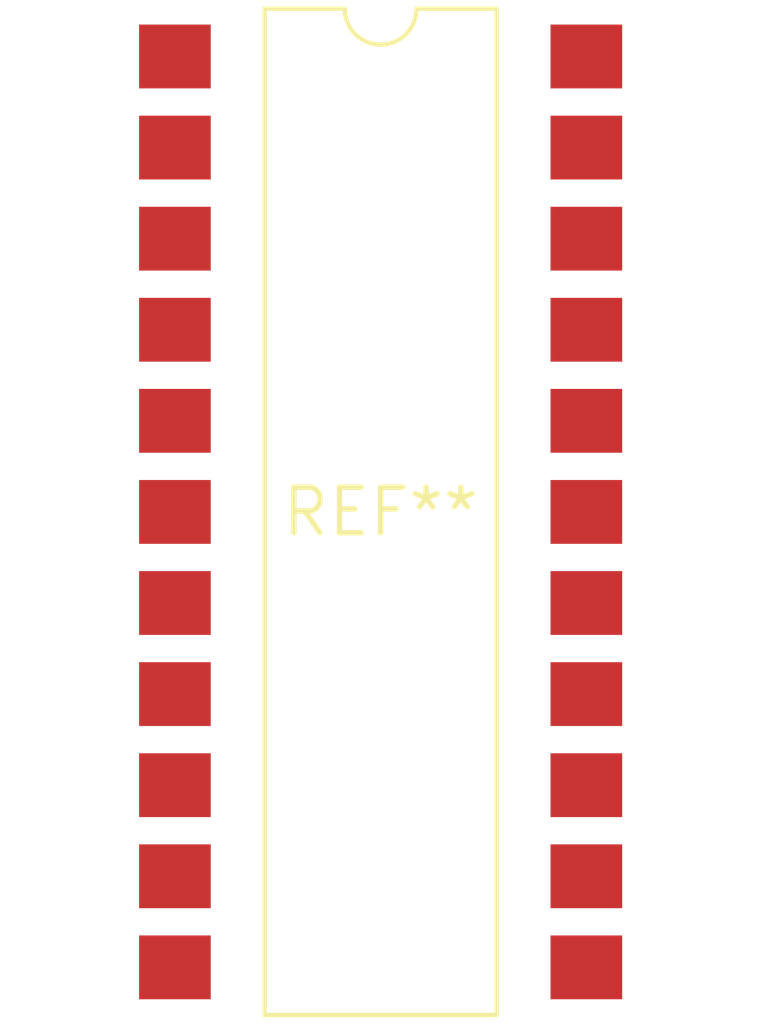
<source format=kicad_pcb>
(kicad_pcb (version 20240108) (generator pcbnew)
  (layers (0 "F.Cu" signal) (31 "B.Cu" signal) (34 "B.Paste" user) (35 "F.Paste" user) (36 "B.SilkS" user "B.Silkscreen") (37 "F.SilkS" user "F.Silkscreen") (38 "B.Mask" user) (39 "F.Mask" user) (44 "Edge.Cuts" user))
  (net 0 "")
  (footprint "SMDIP-22_W11.48mm" (layer "F.Cu") (at 0 0)
    (property "Reference" "REF**")
    (property "Value" "SMDIP-22_W11.48mm")
    (fp_line (start -3.235 -14.03) (end -3.235 14.03) (layer "F.SilkS") (stroke (width 0.12)))
    (fp_line (start -3.235 14.03) (end 3.235 14.03) (layer "F.SilkS") (stroke (width 0.12)))
    (fp_line (start -1 -14.03) (end -3.235 -14.03) (layer "F.SilkS") (stroke (width 0.12)))
    (fp_line (start 3.235 -14.03) (end 1 -14.03) (layer "F.SilkS") (stroke (width 0.12)))
    (fp_line (start 3.235 14.03) (end 3.235 -14.03) (layer "F.SilkS") (stroke (width 0.12)))
    (fp_arc (start 1 -14.03) (mid 0 -13.03) (end -1 -14.03) (layer "F.SilkS") (stroke (width 0.12)))
    (pad "1" smd rect (at -5.74 -12.7) (size 2 1.78) (layers "F.Cu" "F.Paste" "F.Mask"))
    (pad "2" smd rect (at -5.74 -10.16) (size 2 1.78) (layers "F.Cu" "F.Paste" "F.Mask"))
    (pad "3" smd rect (at -5.74 -7.62) (size 2 1.78) (layers "F.Cu" "F.Paste" "F.Mask"))
    (pad "4" smd rect (at -5.74 -5.08) (size 2 1.78) (layers "F.Cu" "F.Paste" "F.Mask"))
    (pad "5" smd rect (at -5.74 -2.54) (size 2 1.78) (layers "F.Cu" "F.Paste" "F.Mask"))
    (pad "6" smd rect (at -5.74 0) (size 2 1.78) (layers "F.Cu" "F.Paste" "F.Mask"))
    (pad "7" smd rect (at -5.74 2.54) (size 2 1.78) (layers "F.Cu" "F.Paste" "F.Mask"))
    (pad "8" smd rect (at -5.74 5.08) (size 2 1.78) (layers "F.Cu" "F.Paste" "F.Mask"))
    (pad "9" smd rect (at -5.74 7.62) (size 2 1.78) (layers "F.Cu" "F.Paste" "F.Mask"))
    (pad "10" smd rect (at -5.74 10.16) (size 2 1.78) (layers "F.Cu" "F.Paste" "F.Mask"))
    (pad "11" smd rect (at -5.74 12.7) (size 2 1.78) (layers "F.Cu" "F.Paste" "F.Mask"))
    (pad "12" smd rect (at 5.74 12.7) (size 2 1.78) (layers "F.Cu" "F.Paste" "F.Mask"))
    (pad "13" smd rect (at 5.74 10.16) (size 2 1.78) (layers "F.Cu" "F.Paste" "F.Mask"))
    (pad "14" smd rect (at 5.74 7.62) (size 2 1.78) (layers "F.Cu" "F.Paste" "F.Mask"))
    (pad "15" smd rect (at 5.74 5.08) (size 2 1.78) (layers "F.Cu" "F.Paste" "F.Mask"))
    (pad "16" smd rect (at 5.74 2.54) (size 2 1.78) (layers "F.Cu" "F.Paste" "F.Mask"))
    (pad "17" smd rect (at 5.74 0) (size 2 1.78) (layers "F.Cu" "F.Paste" "F.Mask"))
    (pad "18" smd rect (at 5.74 -2.54) (size 2 1.78) (layers "F.Cu" "F.Paste" "F.Mask"))
    (pad "19" smd rect (at 5.74 -5.08) (size 2 1.78) (layers "F.Cu" "F.Paste" "F.Mask"))
    (pad "20" smd rect (at 5.74 -7.62) (size 2 1.78) (layers "F.Cu" "F.Paste" "F.Mask"))
    (pad "21" smd rect (at 5.74 -10.16) (size 2 1.78) (layers "F.Cu" "F.Paste" "F.Mask"))
    (pad "22" smd rect (at 5.74 -12.7) (size 2 1.78) (layers "F.Cu" "F.Paste" "F.Mask"))
  )
)
</source>
